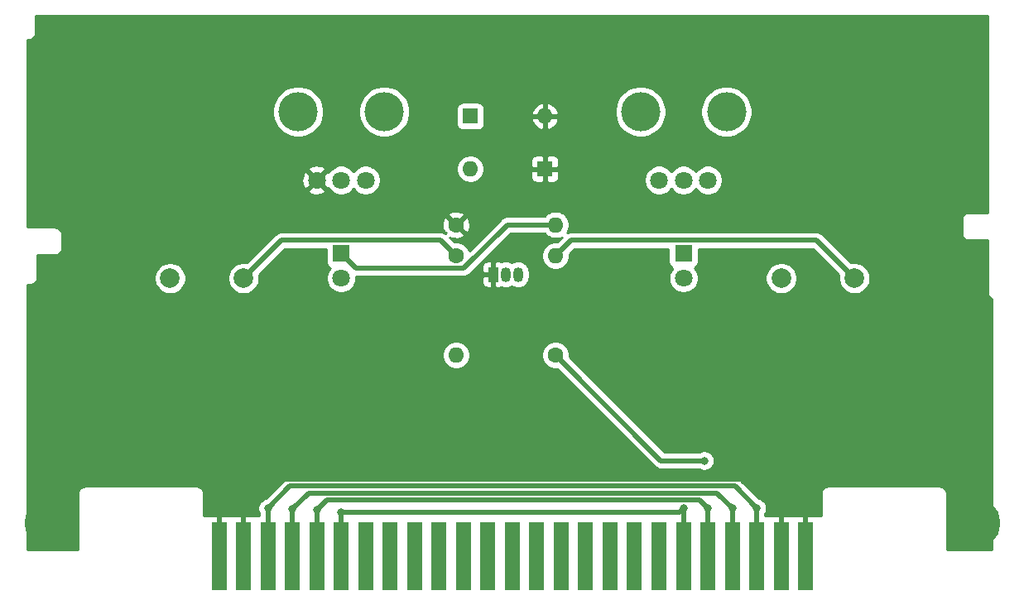
<source format=gbr>
G04 #@! TF.GenerationSoftware,KiCad,Pcbnew,(5.1.7)-1*
G04 #@! TF.CreationDate,2021-02-06T11:06:05-06:00*
G04 #@! TF.ProjectId,ConsolePedalDistortion,436f6e73-6f6c-4655-9065-64616c446973,rev?*
G04 #@! TF.SameCoordinates,Original*
G04 #@! TF.FileFunction,Copper,L2,Bot*
G04 #@! TF.FilePolarity,Positive*
%FSLAX46Y46*%
G04 Gerber Fmt 4.6, Leading zero omitted, Abs format (unit mm)*
G04 Created by KiCad (PCBNEW (5.1.7)-1) date 2021-02-06 11:06:05*
%MOMM*%
%LPD*%
G01*
G04 APERTURE LIST*
G04 #@! TA.AperFunction,ComponentPad*
%ADD10C,1.600000*%
G04 #@! TD*
G04 #@! TA.AperFunction,ComponentPad*
%ADD11O,1.600000X1.600000*%
G04 #@! TD*
G04 #@! TA.AperFunction,ComponentPad*
%ADD12R,1.800000X1.800000*%
G04 #@! TD*
G04 #@! TA.AperFunction,ComponentPad*
%ADD13C,1.800000*%
G04 #@! TD*
G04 #@! TA.AperFunction,ConnectorPad*
%ADD14R,1.500000X7.000000*%
G04 #@! TD*
G04 #@! TA.AperFunction,WasherPad*
%ADD15C,4.000000*%
G04 #@! TD*
G04 #@! TA.AperFunction,ComponentPad*
%ADD16C,5.000000*%
G04 #@! TD*
G04 #@! TA.AperFunction,ComponentPad*
%ADD17C,2.000000*%
G04 #@! TD*
G04 #@! TA.AperFunction,ComponentPad*
%ADD18R,1.600000X1.600000*%
G04 #@! TD*
G04 #@! TA.AperFunction,ComponentPad*
%ADD19O,1.050000X1.500000*%
G04 #@! TD*
G04 #@! TA.AperFunction,ComponentPad*
%ADD20R,1.050000X1.500000*%
G04 #@! TD*
G04 #@! TA.AperFunction,ViaPad*
%ADD21C,0.800000*%
G04 #@! TD*
G04 #@! TA.AperFunction,Conductor*
%ADD22C,0.500000*%
G04 #@! TD*
G04 #@! TA.AperFunction,Conductor*
%ADD23C,0.254000*%
G04 #@! TD*
G04 #@! TA.AperFunction,Conductor*
%ADD24C,0.100000*%
G04 #@! TD*
G04 APERTURE END LIST*
D10*
G04 #@! TO.P,R3,1*
G04 #@! TO.N,GND*
X127000000Y-92075000D03*
D11*
G04 #@! TO.P,R3,2*
G04 #@! TO.N,Net-(D1-Pad1)*
X137160000Y-92075000D03*
G04 #@! TD*
D12*
G04 #@! TO.P,D1,1*
G04 #@! TO.N,Net-(D1-Pad1)*
X115250000Y-95000000D03*
D13*
G04 #@! TO.P,D1,2*
G04 #@! TO.N,/LEDPower*
X115250000Y-97540000D03*
G04 #@! TD*
G04 #@! TO.P,D2,2*
G04 #@! TO.N,/LEDPower*
X150250000Y-97540000D03*
D12*
G04 #@! TO.P,D2,1*
G04 #@! TO.N,Net-(D1-Pad1)*
X150250000Y-95000000D03*
G04 #@! TD*
D14*
G04 #@! TO.P,J1,26*
G04 #@! TO.N,GND*
X102750000Y-126000000D03*
G04 #@! TO.P,J1,27*
X105250000Y-126000000D03*
G04 #@! TO.P,J1,28*
G04 #@! TO.N,/Input*
X107750000Y-126000000D03*
G04 #@! TO.P,J1,29*
G04 #@! TO.N,/Output*
X110250000Y-126000000D03*
G04 #@! TO.P,J1,30*
G04 #@! TO.N,+9V*
X112750000Y-126000000D03*
G04 #@! TO.P,J1,31*
G04 #@! TO.N,/LEDPower*
X115250000Y-126000000D03*
G04 #@! TO.P,J1,32*
G04 #@! TO.N,N/C*
X117750000Y-126000000D03*
G04 #@! TO.P,J1,33*
X120250000Y-126000000D03*
G04 #@! TO.P,J1,34*
X122750000Y-126000000D03*
G04 #@! TO.P,J1,35*
X125250000Y-126000000D03*
G04 #@! TO.P,J1,36*
X127750000Y-126000000D03*
G04 #@! TO.P,J1,37*
X130250000Y-126000000D03*
G04 #@! TO.P,J1,38*
X132750000Y-126000000D03*
G04 #@! TO.P,J1,39*
X135250000Y-126000000D03*
G04 #@! TO.P,J1,40*
X137750000Y-126000000D03*
G04 #@! TO.P,J1,41*
X140250000Y-126000000D03*
G04 #@! TO.P,J1,42*
X142750000Y-126000000D03*
G04 #@! TO.P,J1,43*
X145250000Y-126000000D03*
G04 #@! TO.P,J1,44*
X147750000Y-126000000D03*
G04 #@! TO.P,J1,45*
G04 #@! TO.N,/LEDPower*
X150250000Y-126000000D03*
G04 #@! TO.P,J1,46*
G04 #@! TO.N,+9V*
X152750000Y-126000000D03*
G04 #@! TO.P,J1,47*
G04 #@! TO.N,/Output*
X155250000Y-126000000D03*
G04 #@! TO.P,J1,48*
G04 #@! TO.N,/Input*
X157750000Y-126000000D03*
G04 #@! TO.P,J1,49*
G04 #@! TO.N,GND*
X160250000Y-126000000D03*
G04 #@! TO.P,J1,50*
X162750000Y-126000000D03*
G04 #@! TD*
D15*
G04 #@! TO.P,RV1,*
G04 #@! TO.N,*
X154650000Y-80500000D03*
X145850000Y-80500000D03*
D13*
G04 #@! TO.P,RV1,1*
G04 #@! TO.N,Net-(C1-Pad2)*
X152750000Y-87500000D03*
G04 #@! TO.P,RV1,2*
G04 #@! TO.N,/Input*
X150250000Y-87500000D03*
G04 #@! TO.P,RV1,3*
X147750000Y-87500000D03*
G04 #@! TD*
G04 #@! TO.P,RV2,3*
G04 #@! TO.N,GND*
X112750000Y-87500000D03*
G04 #@! TO.P,RV2,2*
G04 #@! TO.N,/Output*
X115250000Y-87500000D03*
G04 #@! TO.P,RV2,1*
G04 #@! TO.N,Net-(C2-Pad1)*
X117750000Y-87500000D03*
D15*
G04 #@! TO.P,RV2,*
G04 #@! TO.N,*
X110850000Y-80500000D03*
X119650000Y-80500000D03*
G04 #@! TD*
D16*
G04 #@! TO.P,H1,1*
G04 #@! TO.N,GND*
X85350000Y-122600000D03*
G04 #@! TD*
G04 #@! TO.P,H2,1*
G04 #@! TO.N,GND*
X180150000Y-122600000D03*
G04 #@! TD*
D17*
G04 #@! TO.P,C1,1*
G04 #@! TO.N,Net-(C1-Pad1)*
X105250000Y-97540000D03*
G04 #@! TO.P,C1,2*
G04 #@! TO.N,Net-(C1-Pad2)*
X97750000Y-97540000D03*
G04 #@! TD*
G04 #@! TO.P,C2,2*
G04 #@! TO.N,Net-(C2-Pad2)*
X167750000Y-97540000D03*
G04 #@! TO.P,C2,1*
G04 #@! TO.N,Net-(C2-Pad1)*
X160250000Y-97540000D03*
G04 #@! TD*
D18*
G04 #@! TO.P,D3,1*
G04 #@! TO.N,Net-(C2-Pad1)*
X128460500Y-80962500D03*
D11*
G04 #@! TO.P,D3,2*
G04 #@! TO.N,GND*
X136080500Y-80962500D03*
G04 #@! TD*
G04 #@! TO.P,D4,2*
G04 #@! TO.N,Net-(C2-Pad1)*
X128460500Y-86360000D03*
D18*
G04 #@! TO.P,D4,1*
G04 #@! TO.N,GND*
X136080500Y-86360000D03*
G04 #@! TD*
D19*
G04 #@! TO.P,Q1,2*
G04 #@! TO.N,Net-(C1-Pad1)*
X132080000Y-97155000D03*
G04 #@! TO.P,Q1,3*
G04 #@! TO.N,Net-(C2-Pad2)*
X133350000Y-97155000D03*
D20*
G04 #@! TO.P,Q1,1*
G04 #@! TO.N,GND*
X130810000Y-97155000D03*
G04 #@! TD*
D10*
G04 #@! TO.P,R1,1*
G04 #@! TO.N,Net-(C1-Pad1)*
X127000000Y-95250000D03*
D11*
G04 #@! TO.P,R1,2*
G04 #@! TO.N,Net-(C2-Pad2)*
X127000000Y-105410000D03*
G04 #@! TD*
G04 #@! TO.P,R2,2*
G04 #@! TO.N,Net-(C2-Pad2)*
X137160000Y-95250000D03*
D10*
G04 #@! TO.P,R2,1*
G04 #@! TO.N,+9V*
X137160000Y-105410000D03*
G04 #@! TD*
D21*
G04 #@! TO.N,GND*
X105250000Y-120979000D03*
X160250000Y-120988000D03*
X102750000Y-121038000D03*
X162750000Y-120967000D03*
G04 #@! TO.N,/LEDPower*
X115250000Y-121454000D03*
X150250000Y-121073000D03*
G04 #@! TO.N,/Input*
X107750000Y-121066000D03*
X157750000Y-121066000D03*
G04 #@! TO.N,/Output*
X110250000Y-121195000D03*
X155250000Y-121068000D03*
G04 #@! TO.N,+9V*
X112750000Y-121235000D03*
X152750000Y-121108000D03*
X152400000Y-116205000D03*
G04 #@! TD*
D22*
G04 #@! TO.N,GND*
X105250000Y-126000000D02*
X105250000Y-120979000D01*
X160250000Y-126000000D02*
X160250000Y-120988000D01*
X157384969Y-118122969D02*
X160250000Y-120988000D01*
X108106031Y-118122969D02*
X157384969Y-118122969D01*
X105250000Y-120979000D02*
X108106031Y-118122969D01*
X102750000Y-126000000D02*
X102750000Y-121038000D01*
X162750000Y-120967000D02*
X162750000Y-126000000D01*
X162729000Y-120988000D02*
X162750000Y-120967000D01*
X160250000Y-120988000D02*
X162729000Y-120988000D01*
X105191000Y-121038000D02*
X105250000Y-120979000D01*
X102750000Y-121038000D02*
X105191000Y-121038000D01*
G04 #@! TO.N,Net-(C1-Pad1)*
X109140001Y-93649999D02*
X105250000Y-97540000D01*
X125399999Y-93649999D02*
X109140001Y-93649999D01*
X127000000Y-95250000D02*
X125399999Y-93649999D01*
G04 #@! TO.N,Net-(C2-Pad2)*
X163859999Y-93649999D02*
X167750000Y-97540000D01*
X138760001Y-93649999D02*
X163859999Y-93649999D01*
X137160000Y-95250000D02*
X138760001Y-93649999D01*
G04 #@! TO.N,/LEDPower*
X115250000Y-126000000D02*
X115250000Y-121454000D01*
X150250000Y-121073000D02*
X150250000Y-126000000D01*
X149869000Y-121454000D02*
X150250000Y-121073000D01*
X115250000Y-121454000D02*
X149869000Y-121454000D01*
G04 #@! TO.N,/Input*
X107750000Y-121066000D02*
X107750000Y-126000000D01*
X157750000Y-121066000D02*
X157750000Y-126000000D01*
X155506979Y-118822979D02*
X157750000Y-121066000D01*
X109993021Y-118822979D02*
X155506979Y-118822979D01*
X107750000Y-121066000D02*
X109993021Y-118822979D01*
G04 #@! TO.N,/Output*
X110250000Y-121195000D02*
X110250000Y-126000000D01*
X155250000Y-121068000D02*
X155250000Y-126000000D01*
X153704989Y-119522989D02*
X155250000Y-121068000D01*
X111922011Y-119522989D02*
X153704989Y-119522989D01*
X110250000Y-121195000D02*
X111922011Y-119522989D01*
G04 #@! TO.N,+9V*
X112750000Y-121235000D02*
X112750000Y-126000000D01*
X152750000Y-121108000D02*
X152750000Y-126000000D01*
X151864999Y-120222999D02*
X152750000Y-121108000D01*
X113762001Y-120222999D02*
X151864999Y-120222999D01*
X112750000Y-121235000D02*
X113762001Y-120222999D01*
X147955000Y-116205000D02*
X137160000Y-105410000D01*
X152400000Y-116205000D02*
X147955000Y-116205000D01*
G04 #@! TO.N,Net-(D1-Pad1)*
X132215000Y-92075000D02*
X137160000Y-92075000D01*
X127789999Y-96500001D02*
X132215000Y-92075000D01*
X116750001Y-96500001D02*
X127789999Y-96500001D01*
X115250000Y-95000000D02*
X116750001Y-96500001D01*
G04 #@! TD*
D23*
G04 #@! TO.N,GND*
X181323001Y-90823000D02*
X179433252Y-90823000D01*
X179400000Y-90819725D01*
X179366748Y-90823000D01*
X179267285Y-90832796D01*
X179139670Y-90871508D01*
X179022059Y-90934372D01*
X178918973Y-91018973D01*
X178834372Y-91122059D01*
X178771508Y-91239670D01*
X178732796Y-91367285D01*
X178719725Y-91500000D01*
X178723001Y-91533262D01*
X178723000Y-92966747D01*
X178719725Y-93000000D01*
X178732796Y-93132715D01*
X178771508Y-93260330D01*
X178834372Y-93377941D01*
X178918973Y-93481027D01*
X179022059Y-93565628D01*
X179139670Y-93628492D01*
X179267285Y-93667204D01*
X179400000Y-93680275D01*
X179433252Y-93677000D01*
X181323000Y-93677000D01*
X181323001Y-98966738D01*
X181319725Y-99000000D01*
X181332796Y-99132715D01*
X181371508Y-99260330D01*
X181434372Y-99377941D01*
X181518973Y-99481027D01*
X181622059Y-99565628D01*
X181739670Y-99628492D01*
X181823001Y-99653770D01*
X181823000Y-125323000D01*
X177177000Y-125323000D01*
X177177000Y-119533252D01*
X177180275Y-119500000D01*
X177167204Y-119367285D01*
X177128492Y-119239670D01*
X177065628Y-119122059D01*
X176981027Y-119018973D01*
X176877941Y-118934372D01*
X176760330Y-118871508D01*
X176632715Y-118832796D01*
X176533252Y-118823000D01*
X176500000Y-118819725D01*
X176466748Y-118823000D01*
X165033252Y-118823000D01*
X165000000Y-118819725D01*
X164966748Y-118823000D01*
X164867285Y-118832796D01*
X164739670Y-118871508D01*
X164622059Y-118934372D01*
X164518973Y-119018973D01*
X164434372Y-119122059D01*
X164371508Y-119239670D01*
X164332796Y-119367285D01*
X164319725Y-119500000D01*
X164323001Y-119533262D01*
X164323001Y-121793000D01*
X158627000Y-121793000D01*
X158627000Y-121602027D01*
X158660115Y-121552467D01*
X158737533Y-121365565D01*
X158777000Y-121167151D01*
X158777000Y-120964849D01*
X158737533Y-120766435D01*
X158660115Y-120579533D01*
X158547723Y-120411326D01*
X158404674Y-120268277D01*
X158236467Y-120155885D01*
X158049565Y-120078467D01*
X157991103Y-120066838D01*
X156157576Y-118233311D01*
X156130112Y-118199846D01*
X155996571Y-118090252D01*
X155844216Y-118008817D01*
X155678901Y-117958669D01*
X155550058Y-117945979D01*
X155506979Y-117941736D01*
X155463900Y-117945979D01*
X110036100Y-117945979D01*
X109993021Y-117941736D01*
X109821098Y-117958669D01*
X109655784Y-118008817D01*
X109503429Y-118090252D01*
X109369888Y-118199846D01*
X109342424Y-118233311D01*
X107508897Y-120066838D01*
X107450435Y-120078467D01*
X107263533Y-120155885D01*
X107095326Y-120268277D01*
X106952277Y-120411326D01*
X106839885Y-120579533D01*
X106762467Y-120766435D01*
X106723000Y-120964849D01*
X106723000Y-121167151D01*
X106762467Y-121365565D01*
X106839885Y-121552467D01*
X106873000Y-121602027D01*
X106873000Y-121793000D01*
X101177000Y-121793000D01*
X101177000Y-119533252D01*
X101180275Y-119500000D01*
X101167204Y-119367285D01*
X101128492Y-119239670D01*
X101065628Y-119122059D01*
X100981027Y-119018973D01*
X100877941Y-118934372D01*
X100760330Y-118871508D01*
X100632715Y-118832796D01*
X100533252Y-118823000D01*
X100500000Y-118819725D01*
X100466748Y-118823000D01*
X89033252Y-118823000D01*
X89000000Y-118819725D01*
X88966748Y-118823000D01*
X88867285Y-118832796D01*
X88739670Y-118871508D01*
X88622059Y-118934372D01*
X88518973Y-119018973D01*
X88434372Y-119122059D01*
X88371508Y-119239670D01*
X88332796Y-119367285D01*
X88319725Y-119500000D01*
X88323000Y-119533252D01*
X88323001Y-125323000D01*
X83177000Y-125323000D01*
X83177000Y-105269453D01*
X125573000Y-105269453D01*
X125573000Y-105550547D01*
X125627838Y-105826241D01*
X125735409Y-106085938D01*
X125891576Y-106319660D01*
X126090340Y-106518424D01*
X126324062Y-106674591D01*
X126583759Y-106782162D01*
X126859453Y-106837000D01*
X127140547Y-106837000D01*
X127416241Y-106782162D01*
X127675938Y-106674591D01*
X127909660Y-106518424D01*
X128108424Y-106319660D01*
X128264591Y-106085938D01*
X128372162Y-105826241D01*
X128427000Y-105550547D01*
X128427000Y-105269453D01*
X135733000Y-105269453D01*
X135733000Y-105550547D01*
X135787838Y-105826241D01*
X135895409Y-106085938D01*
X136051576Y-106319660D01*
X136250340Y-106518424D01*
X136484062Y-106674591D01*
X136743759Y-106782162D01*
X137019453Y-106837000D01*
X137300547Y-106837000D01*
X137339072Y-106829337D01*
X147304403Y-116794668D01*
X147331867Y-116828133D01*
X147465408Y-116937727D01*
X147617763Y-117019162D01*
X147783078Y-117069310D01*
X147911921Y-117082000D01*
X147911930Y-117082000D01*
X147954999Y-117086242D01*
X147998069Y-117082000D01*
X151863973Y-117082000D01*
X151913533Y-117115115D01*
X152100435Y-117192533D01*
X152298849Y-117232000D01*
X152501151Y-117232000D01*
X152699565Y-117192533D01*
X152886467Y-117115115D01*
X153054674Y-117002723D01*
X153197723Y-116859674D01*
X153310115Y-116691467D01*
X153387533Y-116504565D01*
X153427000Y-116306151D01*
X153427000Y-116103849D01*
X153387533Y-115905435D01*
X153310115Y-115718533D01*
X153197723Y-115550326D01*
X153054674Y-115407277D01*
X152886467Y-115294885D01*
X152699565Y-115217467D01*
X152501151Y-115178000D01*
X152298849Y-115178000D01*
X152100435Y-115217467D01*
X151913533Y-115294885D01*
X151863973Y-115328000D01*
X148318265Y-115328000D01*
X138579337Y-105589072D01*
X138587000Y-105550547D01*
X138587000Y-105269453D01*
X138532162Y-104993759D01*
X138424591Y-104734062D01*
X138268424Y-104500340D01*
X138069660Y-104301576D01*
X137835938Y-104145409D01*
X137576241Y-104037838D01*
X137300547Y-103983000D01*
X137019453Y-103983000D01*
X136743759Y-104037838D01*
X136484062Y-104145409D01*
X136250340Y-104301576D01*
X136051576Y-104500340D01*
X135895409Y-104734062D01*
X135787838Y-104993759D01*
X135733000Y-105269453D01*
X128427000Y-105269453D01*
X128372162Y-104993759D01*
X128264591Y-104734062D01*
X128108424Y-104500340D01*
X127909660Y-104301576D01*
X127675938Y-104145409D01*
X127416241Y-104037838D01*
X127140547Y-103983000D01*
X126859453Y-103983000D01*
X126583759Y-104037838D01*
X126324062Y-104145409D01*
X126090340Y-104301576D01*
X125891576Y-104500340D01*
X125735409Y-104734062D01*
X125627838Y-104993759D01*
X125573000Y-105269453D01*
X83177000Y-105269453D01*
X83177000Y-98177000D01*
X83466748Y-98177000D01*
X83500000Y-98180275D01*
X83533252Y-98177000D01*
X83632715Y-98167204D01*
X83760330Y-98128492D01*
X83877941Y-98065628D01*
X83981027Y-97981027D01*
X84065628Y-97877941D01*
X84128492Y-97760330D01*
X84167204Y-97632715D01*
X84180275Y-97500000D01*
X84177000Y-97466748D01*
X84177000Y-97379755D01*
X96123000Y-97379755D01*
X96123000Y-97700245D01*
X96185525Y-98014578D01*
X96308172Y-98310673D01*
X96486227Y-98577152D01*
X96712848Y-98803773D01*
X96979327Y-98981828D01*
X97275422Y-99104475D01*
X97589755Y-99167000D01*
X97910245Y-99167000D01*
X98224578Y-99104475D01*
X98520673Y-98981828D01*
X98787152Y-98803773D01*
X99013773Y-98577152D01*
X99191828Y-98310673D01*
X99314475Y-98014578D01*
X99377000Y-97700245D01*
X99377000Y-97379755D01*
X103623000Y-97379755D01*
X103623000Y-97700245D01*
X103685525Y-98014578D01*
X103808172Y-98310673D01*
X103986227Y-98577152D01*
X104212848Y-98803773D01*
X104479327Y-98981828D01*
X104775422Y-99104475D01*
X105089755Y-99167000D01*
X105410245Y-99167000D01*
X105724578Y-99104475D01*
X106020673Y-98981828D01*
X106287152Y-98803773D01*
X106513773Y-98577152D01*
X106691828Y-98310673D01*
X106814475Y-98014578D01*
X106877000Y-97700245D01*
X106877000Y-97379755D01*
X106839423Y-97190842D01*
X109503266Y-94526999D01*
X113719967Y-94526999D01*
X113719967Y-95900000D01*
X113732073Y-96022913D01*
X113767925Y-96141103D01*
X113826147Y-96250028D01*
X113904499Y-96345501D01*
X113999972Y-96423853D01*
X114108897Y-96482075D01*
X114139221Y-96491274D01*
X114063901Y-96566594D01*
X113896790Y-96816694D01*
X113781681Y-97094590D01*
X113723000Y-97389604D01*
X113723000Y-97690396D01*
X113781681Y-97985410D01*
X113896790Y-98263306D01*
X114063901Y-98513406D01*
X114276594Y-98726099D01*
X114526694Y-98893210D01*
X114804590Y-99008319D01*
X115099604Y-99067000D01*
X115400396Y-99067000D01*
X115695410Y-99008319D01*
X115973306Y-98893210D01*
X116223406Y-98726099D01*
X116436099Y-98513406D01*
X116603210Y-98263306D01*
X116718319Y-97985410D01*
X116734313Y-97905000D01*
X129646928Y-97905000D01*
X129659188Y-98029482D01*
X129695498Y-98149180D01*
X129754463Y-98259494D01*
X129833815Y-98356185D01*
X129930506Y-98435537D01*
X130040820Y-98494502D01*
X130160518Y-98530812D01*
X130285000Y-98543072D01*
X130524250Y-98540000D01*
X130683000Y-98381250D01*
X130683000Y-97282000D01*
X129808750Y-97282000D01*
X129650000Y-97440750D01*
X129646928Y-97905000D01*
X116734313Y-97905000D01*
X116777000Y-97690396D01*
X116777000Y-97389604D01*
X116774850Y-97378797D01*
X116793080Y-97377001D01*
X127746920Y-97377001D01*
X127789999Y-97381244D01*
X127833078Y-97377001D01*
X127923685Y-97368077D01*
X127961921Y-97364311D01*
X128127236Y-97314163D01*
X128279591Y-97232728D01*
X128413132Y-97123134D01*
X128440596Y-97089669D01*
X129125265Y-96405000D01*
X129646928Y-96405000D01*
X129650000Y-96869250D01*
X129808750Y-97028000D01*
X130683000Y-97028000D01*
X130683000Y-96873406D01*
X130928000Y-96873406D01*
X130928000Y-97436595D01*
X130937000Y-97527975D01*
X130937000Y-98381250D01*
X131095750Y-98540000D01*
X131335000Y-98543072D01*
X131459482Y-98530812D01*
X131579180Y-98494502D01*
X131653879Y-98454574D01*
X131854170Y-98515332D01*
X132080000Y-98537574D01*
X132305831Y-98515332D01*
X132522984Y-98449459D01*
X132715000Y-98346825D01*
X132907017Y-98449459D01*
X133124170Y-98515332D01*
X133350000Y-98537574D01*
X133575831Y-98515332D01*
X133792984Y-98449459D01*
X133993114Y-98342488D01*
X134168528Y-98198528D01*
X134312488Y-98023114D01*
X134419459Y-97822983D01*
X134485332Y-97605830D01*
X134502000Y-97436594D01*
X134502000Y-96873405D01*
X134485332Y-96704169D01*
X134419459Y-96487016D01*
X134312488Y-96286886D01*
X134168528Y-96111472D01*
X133993113Y-95967512D01*
X133792983Y-95860541D01*
X133575830Y-95794668D01*
X133350000Y-95772426D01*
X133124169Y-95794668D01*
X132907016Y-95860541D01*
X132715000Y-95963175D01*
X132522983Y-95860541D01*
X132305830Y-95794668D01*
X132080000Y-95772426D01*
X131854169Y-95794668D01*
X131653878Y-95855426D01*
X131579180Y-95815498D01*
X131459482Y-95779188D01*
X131335000Y-95766928D01*
X131095750Y-95770000D01*
X130937000Y-95928750D01*
X130937000Y-96782026D01*
X130928000Y-96873406D01*
X130683000Y-96873406D01*
X130683000Y-95928750D01*
X130524250Y-95770000D01*
X130285000Y-95766928D01*
X130160518Y-95779188D01*
X130040820Y-95815498D01*
X129930506Y-95874463D01*
X129833815Y-95953815D01*
X129754463Y-96050506D01*
X129695498Y-96160820D01*
X129659188Y-96280518D01*
X129646928Y-96405000D01*
X129125265Y-96405000D01*
X132578265Y-92952000D01*
X136029753Y-92952000D01*
X136051576Y-92984660D01*
X136250340Y-93183424D01*
X136484062Y-93339591D01*
X136743759Y-93447162D01*
X137019453Y-93502000D01*
X137300547Y-93502000D01*
X137576241Y-93447162D01*
X137826046Y-93343689D01*
X137339072Y-93830663D01*
X137300547Y-93823000D01*
X137019453Y-93823000D01*
X136743759Y-93877838D01*
X136484062Y-93985409D01*
X136250340Y-94141576D01*
X136051576Y-94340340D01*
X135895409Y-94574062D01*
X135787838Y-94833759D01*
X135733000Y-95109453D01*
X135733000Y-95390547D01*
X135787838Y-95666241D01*
X135895409Y-95925938D01*
X136051576Y-96159660D01*
X136250340Y-96358424D01*
X136484062Y-96514591D01*
X136743759Y-96622162D01*
X137019453Y-96677000D01*
X137300547Y-96677000D01*
X137576241Y-96622162D01*
X137835938Y-96514591D01*
X138069660Y-96358424D01*
X138268424Y-96159660D01*
X138424591Y-95925938D01*
X138532162Y-95666241D01*
X138587000Y-95390547D01*
X138587000Y-95109453D01*
X138579337Y-95070928D01*
X139123267Y-94526999D01*
X148719967Y-94526999D01*
X148719967Y-95900000D01*
X148732073Y-96022913D01*
X148767925Y-96141103D01*
X148826147Y-96250028D01*
X148904499Y-96345501D01*
X148999972Y-96423853D01*
X149108897Y-96482075D01*
X149139221Y-96491274D01*
X149063901Y-96566594D01*
X148896790Y-96816694D01*
X148781681Y-97094590D01*
X148723000Y-97389604D01*
X148723000Y-97690396D01*
X148781681Y-97985410D01*
X148896790Y-98263306D01*
X149063901Y-98513406D01*
X149276594Y-98726099D01*
X149526694Y-98893210D01*
X149804590Y-99008319D01*
X150099604Y-99067000D01*
X150400396Y-99067000D01*
X150695410Y-99008319D01*
X150973306Y-98893210D01*
X151223406Y-98726099D01*
X151436099Y-98513406D01*
X151603210Y-98263306D01*
X151718319Y-97985410D01*
X151777000Y-97690396D01*
X151777000Y-97389604D01*
X151775041Y-97379755D01*
X158623000Y-97379755D01*
X158623000Y-97700245D01*
X158685525Y-98014578D01*
X158808172Y-98310673D01*
X158986227Y-98577152D01*
X159212848Y-98803773D01*
X159479327Y-98981828D01*
X159775422Y-99104475D01*
X160089755Y-99167000D01*
X160410245Y-99167000D01*
X160724578Y-99104475D01*
X161020673Y-98981828D01*
X161287152Y-98803773D01*
X161513773Y-98577152D01*
X161691828Y-98310673D01*
X161814475Y-98014578D01*
X161877000Y-97700245D01*
X161877000Y-97379755D01*
X161814475Y-97065422D01*
X161691828Y-96769327D01*
X161513773Y-96502848D01*
X161287152Y-96276227D01*
X161020673Y-96098172D01*
X160724578Y-95975525D01*
X160410245Y-95913000D01*
X160089755Y-95913000D01*
X159775422Y-95975525D01*
X159479327Y-96098172D01*
X159212848Y-96276227D01*
X158986227Y-96502848D01*
X158808172Y-96769327D01*
X158685525Y-97065422D01*
X158623000Y-97379755D01*
X151775041Y-97379755D01*
X151718319Y-97094590D01*
X151603210Y-96816694D01*
X151436099Y-96566594D01*
X151360779Y-96491274D01*
X151391103Y-96482075D01*
X151500028Y-96423853D01*
X151595501Y-96345501D01*
X151673853Y-96250028D01*
X151732075Y-96141103D01*
X151767927Y-96022913D01*
X151780033Y-95900000D01*
X151780033Y-94526999D01*
X163496734Y-94526999D01*
X166160577Y-97190842D01*
X166123000Y-97379755D01*
X166123000Y-97700245D01*
X166185525Y-98014578D01*
X166308172Y-98310673D01*
X166486227Y-98577152D01*
X166712848Y-98803773D01*
X166979327Y-98981828D01*
X167275422Y-99104475D01*
X167589755Y-99167000D01*
X167910245Y-99167000D01*
X168224578Y-99104475D01*
X168520673Y-98981828D01*
X168787152Y-98803773D01*
X169013773Y-98577152D01*
X169191828Y-98310673D01*
X169314475Y-98014578D01*
X169377000Y-97700245D01*
X169377000Y-97379755D01*
X169314475Y-97065422D01*
X169191828Y-96769327D01*
X169013773Y-96502848D01*
X168787152Y-96276227D01*
X168520673Y-96098172D01*
X168224578Y-95975525D01*
X167910245Y-95913000D01*
X167589755Y-95913000D01*
X167400842Y-95950577D01*
X164510596Y-93060331D01*
X164483132Y-93026866D01*
X164349591Y-92917272D01*
X164197236Y-92835837D01*
X164031921Y-92785689D01*
X163903078Y-92772999D01*
X163859999Y-92768756D01*
X163816920Y-92772999D01*
X138803077Y-92772999D01*
X138760000Y-92768756D01*
X138716923Y-92772999D01*
X138716922Y-92772999D01*
X138588079Y-92785689D01*
X138422764Y-92835837D01*
X138337363Y-92881484D01*
X138424591Y-92750938D01*
X138532162Y-92491241D01*
X138587000Y-92215547D01*
X138587000Y-91934453D01*
X138532162Y-91658759D01*
X138424591Y-91399062D01*
X138268424Y-91165340D01*
X138069660Y-90966576D01*
X137835938Y-90810409D01*
X137576241Y-90702838D01*
X137300547Y-90648000D01*
X137019453Y-90648000D01*
X136743759Y-90702838D01*
X136484062Y-90810409D01*
X136250340Y-90966576D01*
X136051576Y-91165340D01*
X136029753Y-91198000D01*
X132258069Y-91198000D01*
X132214999Y-91193758D01*
X132171930Y-91198000D01*
X132171921Y-91198000D01*
X132043078Y-91210690D01*
X131877763Y-91260838D01*
X131725408Y-91342273D01*
X131591867Y-91451867D01*
X131564403Y-91485332D01*
X128326416Y-94723319D01*
X128264591Y-94574062D01*
X128108424Y-94340340D01*
X127909660Y-94141576D01*
X127675938Y-93985409D01*
X127416241Y-93877838D01*
X127140547Y-93823000D01*
X126859453Y-93823000D01*
X126820928Y-93830663D01*
X126340961Y-93350696D01*
X126513996Y-93432571D01*
X126788184Y-93501300D01*
X127070512Y-93515217D01*
X127350130Y-93473787D01*
X127616292Y-93378603D01*
X127741514Y-93311671D01*
X127813097Y-93067702D01*
X127000000Y-92254605D01*
X126985858Y-92268748D01*
X126806253Y-92089143D01*
X126820395Y-92075000D01*
X127179605Y-92075000D01*
X127992702Y-92888097D01*
X128236671Y-92816514D01*
X128357571Y-92561004D01*
X128426300Y-92286816D01*
X128440217Y-92004488D01*
X128398787Y-91724870D01*
X128303603Y-91458708D01*
X128236671Y-91333486D01*
X127992702Y-91261903D01*
X127179605Y-92075000D01*
X126820395Y-92075000D01*
X126007298Y-91261903D01*
X125763329Y-91333486D01*
X125642429Y-91588996D01*
X125573700Y-91863184D01*
X125559783Y-92145512D01*
X125601213Y-92425130D01*
X125696397Y-92691292D01*
X125763329Y-92816514D01*
X126007296Y-92888097D01*
X125938216Y-92957177D01*
X125889591Y-92917272D01*
X125737236Y-92835837D01*
X125571921Y-92785689D01*
X125443078Y-92772999D01*
X125399999Y-92768756D01*
X125356920Y-92772999D01*
X109183077Y-92772999D01*
X109140000Y-92768756D01*
X109096923Y-92772999D01*
X109096922Y-92772999D01*
X108968079Y-92785689D01*
X108802764Y-92835837D01*
X108650409Y-92917272D01*
X108516868Y-93026866D01*
X108489404Y-93060331D01*
X105599158Y-95950577D01*
X105410245Y-95913000D01*
X105089755Y-95913000D01*
X104775422Y-95975525D01*
X104479327Y-96098172D01*
X104212848Y-96276227D01*
X103986227Y-96502848D01*
X103808172Y-96769327D01*
X103685525Y-97065422D01*
X103623000Y-97379755D01*
X99377000Y-97379755D01*
X99314475Y-97065422D01*
X99191828Y-96769327D01*
X99013773Y-96502848D01*
X98787152Y-96276227D01*
X98520673Y-96098172D01*
X98224578Y-95975525D01*
X97910245Y-95913000D01*
X97589755Y-95913000D01*
X97275422Y-95975525D01*
X96979327Y-96098172D01*
X96712848Y-96276227D01*
X96486227Y-96502848D01*
X96308172Y-96769327D01*
X96185525Y-97065422D01*
X96123000Y-97379755D01*
X84177000Y-97379755D01*
X84177000Y-95177000D01*
X85966748Y-95177000D01*
X86000000Y-95180275D01*
X86033252Y-95177000D01*
X86132715Y-95167204D01*
X86260330Y-95128492D01*
X86377941Y-95065628D01*
X86481027Y-94981027D01*
X86565628Y-94877941D01*
X86628492Y-94760330D01*
X86667204Y-94632715D01*
X86680275Y-94500000D01*
X86677000Y-94466748D01*
X86677000Y-93033251D01*
X86680275Y-93000000D01*
X86667204Y-92867285D01*
X86628492Y-92739670D01*
X86565628Y-92622059D01*
X86481027Y-92518973D01*
X86377941Y-92434372D01*
X86260330Y-92371508D01*
X86132715Y-92332796D01*
X86033252Y-92323000D01*
X86000000Y-92319725D01*
X85966748Y-92323000D01*
X83177000Y-92323000D01*
X83177000Y-91082298D01*
X126186903Y-91082298D01*
X127000000Y-91895395D01*
X127813097Y-91082298D01*
X127741514Y-90838329D01*
X127486004Y-90717429D01*
X127211816Y-90648700D01*
X126929488Y-90634783D01*
X126649870Y-90676213D01*
X126383708Y-90771397D01*
X126258486Y-90838329D01*
X126186903Y-91082298D01*
X83177000Y-91082298D01*
X83177000Y-88564080D01*
X111865525Y-88564080D01*
X111949208Y-88818261D01*
X112221775Y-88949158D01*
X112514642Y-89024365D01*
X112816553Y-89040991D01*
X113115907Y-88998397D01*
X113401199Y-88898222D01*
X113550792Y-88818261D01*
X113634475Y-88564080D01*
X112750000Y-87679605D01*
X111865525Y-88564080D01*
X83177000Y-88564080D01*
X83177000Y-87566553D01*
X111209009Y-87566553D01*
X111251603Y-87865907D01*
X111351778Y-88151199D01*
X111431739Y-88300792D01*
X111685920Y-88384475D01*
X112570395Y-87500000D01*
X112929605Y-87500000D01*
X113814080Y-88384475D01*
X113970147Y-88333094D01*
X114063901Y-88473406D01*
X114276594Y-88686099D01*
X114526694Y-88853210D01*
X114804590Y-88968319D01*
X115099604Y-89027000D01*
X115400396Y-89027000D01*
X115695410Y-88968319D01*
X115973306Y-88853210D01*
X116223406Y-88686099D01*
X116436099Y-88473406D01*
X116500000Y-88377771D01*
X116563901Y-88473406D01*
X116776594Y-88686099D01*
X117026694Y-88853210D01*
X117304590Y-88968319D01*
X117599604Y-89027000D01*
X117900396Y-89027000D01*
X118195410Y-88968319D01*
X118473306Y-88853210D01*
X118723406Y-88686099D01*
X118936099Y-88473406D01*
X119103210Y-88223306D01*
X119218319Y-87945410D01*
X119277000Y-87650396D01*
X119277000Y-87349604D01*
X119218319Y-87054590D01*
X119103210Y-86776694D01*
X118936099Y-86526594D01*
X118723406Y-86313901D01*
X118582055Y-86219453D01*
X127033500Y-86219453D01*
X127033500Y-86500547D01*
X127088338Y-86776241D01*
X127195909Y-87035938D01*
X127352076Y-87269660D01*
X127550840Y-87468424D01*
X127784562Y-87624591D01*
X128044259Y-87732162D01*
X128319953Y-87787000D01*
X128601047Y-87787000D01*
X128876741Y-87732162D01*
X129136438Y-87624591D01*
X129370160Y-87468424D01*
X129568924Y-87269660D01*
X129642195Y-87160000D01*
X134642428Y-87160000D01*
X134654688Y-87284482D01*
X134690998Y-87404180D01*
X134749963Y-87514494D01*
X134829315Y-87611185D01*
X134926006Y-87690537D01*
X135036320Y-87749502D01*
X135156018Y-87785812D01*
X135280500Y-87798072D01*
X135794750Y-87795000D01*
X135953500Y-87636250D01*
X135953500Y-86487000D01*
X136207500Y-86487000D01*
X136207500Y-87636250D01*
X136366250Y-87795000D01*
X136880500Y-87798072D01*
X137004982Y-87785812D01*
X137124680Y-87749502D01*
X137234994Y-87690537D01*
X137331685Y-87611185D01*
X137411037Y-87514494D01*
X137470002Y-87404180D01*
X137486557Y-87349604D01*
X146223000Y-87349604D01*
X146223000Y-87650396D01*
X146281681Y-87945410D01*
X146396790Y-88223306D01*
X146563901Y-88473406D01*
X146776594Y-88686099D01*
X147026694Y-88853210D01*
X147304590Y-88968319D01*
X147599604Y-89027000D01*
X147900396Y-89027000D01*
X148195410Y-88968319D01*
X148473306Y-88853210D01*
X148723406Y-88686099D01*
X148936099Y-88473406D01*
X149000000Y-88377771D01*
X149063901Y-88473406D01*
X149276594Y-88686099D01*
X149526694Y-88853210D01*
X149804590Y-88968319D01*
X150099604Y-89027000D01*
X150400396Y-89027000D01*
X150695410Y-88968319D01*
X150973306Y-88853210D01*
X151223406Y-88686099D01*
X151436099Y-88473406D01*
X151500000Y-88377771D01*
X151563901Y-88473406D01*
X151776594Y-88686099D01*
X152026694Y-88853210D01*
X152304590Y-88968319D01*
X152599604Y-89027000D01*
X152900396Y-89027000D01*
X153195410Y-88968319D01*
X153473306Y-88853210D01*
X153723406Y-88686099D01*
X153936099Y-88473406D01*
X154103210Y-88223306D01*
X154218319Y-87945410D01*
X154277000Y-87650396D01*
X154277000Y-87349604D01*
X154218319Y-87054590D01*
X154103210Y-86776694D01*
X153936099Y-86526594D01*
X153723406Y-86313901D01*
X153473306Y-86146790D01*
X153195410Y-86031681D01*
X152900396Y-85973000D01*
X152599604Y-85973000D01*
X152304590Y-86031681D01*
X152026694Y-86146790D01*
X151776594Y-86313901D01*
X151563901Y-86526594D01*
X151500000Y-86622229D01*
X151436099Y-86526594D01*
X151223406Y-86313901D01*
X150973306Y-86146790D01*
X150695410Y-86031681D01*
X150400396Y-85973000D01*
X150099604Y-85973000D01*
X149804590Y-86031681D01*
X149526694Y-86146790D01*
X149276594Y-86313901D01*
X149063901Y-86526594D01*
X149000000Y-86622229D01*
X148936099Y-86526594D01*
X148723406Y-86313901D01*
X148473306Y-86146790D01*
X148195410Y-86031681D01*
X147900396Y-85973000D01*
X147599604Y-85973000D01*
X147304590Y-86031681D01*
X147026694Y-86146790D01*
X146776594Y-86313901D01*
X146563901Y-86526594D01*
X146396790Y-86776694D01*
X146281681Y-87054590D01*
X146223000Y-87349604D01*
X137486557Y-87349604D01*
X137506312Y-87284482D01*
X137518572Y-87160000D01*
X137515500Y-86645750D01*
X137356750Y-86487000D01*
X136207500Y-86487000D01*
X135953500Y-86487000D01*
X134804250Y-86487000D01*
X134645500Y-86645750D01*
X134642428Y-87160000D01*
X129642195Y-87160000D01*
X129725091Y-87035938D01*
X129832662Y-86776241D01*
X129887500Y-86500547D01*
X129887500Y-86219453D01*
X129832662Y-85943759D01*
X129725091Y-85684062D01*
X129642196Y-85560000D01*
X134642428Y-85560000D01*
X134645500Y-86074250D01*
X134804250Y-86233000D01*
X135953500Y-86233000D01*
X135953500Y-85083750D01*
X136207500Y-85083750D01*
X136207500Y-86233000D01*
X137356750Y-86233000D01*
X137515500Y-86074250D01*
X137518572Y-85560000D01*
X137506312Y-85435518D01*
X137470002Y-85315820D01*
X137411037Y-85205506D01*
X137331685Y-85108815D01*
X137234994Y-85029463D01*
X137124680Y-84970498D01*
X137004982Y-84934188D01*
X136880500Y-84921928D01*
X136366250Y-84925000D01*
X136207500Y-85083750D01*
X135953500Y-85083750D01*
X135794750Y-84925000D01*
X135280500Y-84921928D01*
X135156018Y-84934188D01*
X135036320Y-84970498D01*
X134926006Y-85029463D01*
X134829315Y-85108815D01*
X134749963Y-85205506D01*
X134690998Y-85315820D01*
X134654688Y-85435518D01*
X134642428Y-85560000D01*
X129642196Y-85560000D01*
X129568924Y-85450340D01*
X129370160Y-85251576D01*
X129136438Y-85095409D01*
X128876741Y-84987838D01*
X128601047Y-84933000D01*
X128319953Y-84933000D01*
X128044259Y-84987838D01*
X127784562Y-85095409D01*
X127550840Y-85251576D01*
X127352076Y-85450340D01*
X127195909Y-85684062D01*
X127088338Y-85943759D01*
X127033500Y-86219453D01*
X118582055Y-86219453D01*
X118473306Y-86146790D01*
X118195410Y-86031681D01*
X117900396Y-85973000D01*
X117599604Y-85973000D01*
X117304590Y-86031681D01*
X117026694Y-86146790D01*
X116776594Y-86313901D01*
X116563901Y-86526594D01*
X116500000Y-86622229D01*
X116436099Y-86526594D01*
X116223406Y-86313901D01*
X115973306Y-86146790D01*
X115695410Y-86031681D01*
X115400396Y-85973000D01*
X115099604Y-85973000D01*
X114804590Y-86031681D01*
X114526694Y-86146790D01*
X114276594Y-86313901D01*
X114063901Y-86526594D01*
X113970147Y-86666906D01*
X113814080Y-86615525D01*
X112929605Y-87500000D01*
X112570395Y-87500000D01*
X111685920Y-86615525D01*
X111431739Y-86699208D01*
X111300842Y-86971775D01*
X111225635Y-87264642D01*
X111209009Y-87566553D01*
X83177000Y-87566553D01*
X83177000Y-86435920D01*
X111865525Y-86435920D01*
X112750000Y-87320395D01*
X113634475Y-86435920D01*
X113550792Y-86181739D01*
X113278225Y-86050842D01*
X112985358Y-85975635D01*
X112683447Y-85959009D01*
X112384093Y-86001603D01*
X112098801Y-86101778D01*
X111949208Y-86181739D01*
X111865525Y-86435920D01*
X83177000Y-86435920D01*
X83177000Y-80241263D01*
X108223000Y-80241263D01*
X108223000Y-80758737D01*
X108323954Y-81266268D01*
X108521983Y-81744351D01*
X108809476Y-82174615D01*
X109175385Y-82540524D01*
X109605649Y-82828017D01*
X110083732Y-83026046D01*
X110591263Y-83127000D01*
X111108737Y-83127000D01*
X111616268Y-83026046D01*
X112094351Y-82828017D01*
X112524615Y-82540524D01*
X112890524Y-82174615D01*
X113178017Y-81744351D01*
X113376046Y-81266268D01*
X113477000Y-80758737D01*
X113477000Y-80241263D01*
X117023000Y-80241263D01*
X117023000Y-80758737D01*
X117123954Y-81266268D01*
X117321983Y-81744351D01*
X117609476Y-82174615D01*
X117975385Y-82540524D01*
X118405649Y-82828017D01*
X118883732Y-83026046D01*
X119391263Y-83127000D01*
X119908737Y-83127000D01*
X120416268Y-83026046D01*
X120894351Y-82828017D01*
X121324615Y-82540524D01*
X121690524Y-82174615D01*
X121978017Y-81744351D01*
X122176046Y-81266268D01*
X122277000Y-80758737D01*
X122277000Y-80241263D01*
X122261334Y-80162500D01*
X127030467Y-80162500D01*
X127030467Y-81762500D01*
X127042573Y-81885413D01*
X127078425Y-82003603D01*
X127136647Y-82112528D01*
X127214999Y-82208001D01*
X127310472Y-82286353D01*
X127419397Y-82344575D01*
X127537587Y-82380427D01*
X127660500Y-82392533D01*
X129260500Y-82392533D01*
X129383413Y-82380427D01*
X129501603Y-82344575D01*
X129610528Y-82286353D01*
X129706001Y-82208001D01*
X129784353Y-82112528D01*
X129842575Y-82003603D01*
X129878427Y-81885413D01*
X129890533Y-81762500D01*
X129890533Y-81311539D01*
X134688596Y-81311539D01*
X134729254Y-81445587D01*
X134849463Y-81699920D01*
X135016981Y-81925914D01*
X135225369Y-82114885D01*
X135466619Y-82259570D01*
X135731460Y-82354409D01*
X135953500Y-82233124D01*
X135953500Y-81089500D01*
X136207500Y-81089500D01*
X136207500Y-82233124D01*
X136429540Y-82354409D01*
X136694381Y-82259570D01*
X136935631Y-82114885D01*
X137144019Y-81925914D01*
X137311537Y-81699920D01*
X137431746Y-81445587D01*
X137472404Y-81311539D01*
X137350415Y-81089500D01*
X136207500Y-81089500D01*
X135953500Y-81089500D01*
X134810585Y-81089500D01*
X134688596Y-81311539D01*
X129890533Y-81311539D01*
X129890533Y-80613461D01*
X134688596Y-80613461D01*
X134810585Y-80835500D01*
X135953500Y-80835500D01*
X135953500Y-79691876D01*
X136207500Y-79691876D01*
X136207500Y-80835500D01*
X137350415Y-80835500D01*
X137472404Y-80613461D01*
X137431746Y-80479413D01*
X137319186Y-80241263D01*
X143223000Y-80241263D01*
X143223000Y-80758737D01*
X143323954Y-81266268D01*
X143521983Y-81744351D01*
X143809476Y-82174615D01*
X144175385Y-82540524D01*
X144605649Y-82828017D01*
X145083732Y-83026046D01*
X145591263Y-83127000D01*
X146108737Y-83127000D01*
X146616268Y-83026046D01*
X147094351Y-82828017D01*
X147524615Y-82540524D01*
X147890524Y-82174615D01*
X148178017Y-81744351D01*
X148376046Y-81266268D01*
X148477000Y-80758737D01*
X148477000Y-80241263D01*
X152023000Y-80241263D01*
X152023000Y-80758737D01*
X152123954Y-81266268D01*
X152321983Y-81744351D01*
X152609476Y-82174615D01*
X152975385Y-82540524D01*
X153405649Y-82828017D01*
X153883732Y-83026046D01*
X154391263Y-83127000D01*
X154908737Y-83127000D01*
X155416268Y-83026046D01*
X155894351Y-82828017D01*
X156324615Y-82540524D01*
X156690524Y-82174615D01*
X156978017Y-81744351D01*
X157176046Y-81266268D01*
X157277000Y-80758737D01*
X157277000Y-80241263D01*
X157176046Y-79733732D01*
X156978017Y-79255649D01*
X156690524Y-78825385D01*
X156324615Y-78459476D01*
X155894351Y-78171983D01*
X155416268Y-77973954D01*
X154908737Y-77873000D01*
X154391263Y-77873000D01*
X153883732Y-77973954D01*
X153405649Y-78171983D01*
X152975385Y-78459476D01*
X152609476Y-78825385D01*
X152321983Y-79255649D01*
X152123954Y-79733732D01*
X152023000Y-80241263D01*
X148477000Y-80241263D01*
X148376046Y-79733732D01*
X148178017Y-79255649D01*
X147890524Y-78825385D01*
X147524615Y-78459476D01*
X147094351Y-78171983D01*
X146616268Y-77973954D01*
X146108737Y-77873000D01*
X145591263Y-77873000D01*
X145083732Y-77973954D01*
X144605649Y-78171983D01*
X144175385Y-78459476D01*
X143809476Y-78825385D01*
X143521983Y-79255649D01*
X143323954Y-79733732D01*
X143223000Y-80241263D01*
X137319186Y-80241263D01*
X137311537Y-80225080D01*
X137144019Y-79999086D01*
X136935631Y-79810115D01*
X136694381Y-79665430D01*
X136429540Y-79570591D01*
X136207500Y-79691876D01*
X135953500Y-79691876D01*
X135731460Y-79570591D01*
X135466619Y-79665430D01*
X135225369Y-79810115D01*
X135016981Y-79999086D01*
X134849463Y-80225080D01*
X134729254Y-80479413D01*
X134688596Y-80613461D01*
X129890533Y-80613461D01*
X129890533Y-80162500D01*
X129878427Y-80039587D01*
X129842575Y-79921397D01*
X129784353Y-79812472D01*
X129706001Y-79716999D01*
X129610528Y-79638647D01*
X129501603Y-79580425D01*
X129383413Y-79544573D01*
X129260500Y-79532467D01*
X127660500Y-79532467D01*
X127537587Y-79544573D01*
X127419397Y-79580425D01*
X127310472Y-79638647D01*
X127214999Y-79716999D01*
X127136647Y-79812472D01*
X127078425Y-79921397D01*
X127042573Y-80039587D01*
X127030467Y-80162500D01*
X122261334Y-80162500D01*
X122176046Y-79733732D01*
X121978017Y-79255649D01*
X121690524Y-78825385D01*
X121324615Y-78459476D01*
X120894351Y-78171983D01*
X120416268Y-77973954D01*
X119908737Y-77873000D01*
X119391263Y-77873000D01*
X118883732Y-77973954D01*
X118405649Y-78171983D01*
X117975385Y-78459476D01*
X117609476Y-78825385D01*
X117321983Y-79255649D01*
X117123954Y-79733732D01*
X117023000Y-80241263D01*
X113477000Y-80241263D01*
X113376046Y-79733732D01*
X113178017Y-79255649D01*
X112890524Y-78825385D01*
X112524615Y-78459476D01*
X112094351Y-78171983D01*
X111616268Y-77973954D01*
X111108737Y-77873000D01*
X110591263Y-77873000D01*
X110083732Y-77973954D01*
X109605649Y-78171983D01*
X109175385Y-78459476D01*
X108809476Y-78825385D01*
X108521983Y-79255649D01*
X108323954Y-79733732D01*
X108223000Y-80241263D01*
X83177000Y-80241263D01*
X83177000Y-73177000D01*
X83266748Y-73177000D01*
X83300000Y-73180275D01*
X83333252Y-73177000D01*
X83432715Y-73167204D01*
X83560330Y-73128492D01*
X83677941Y-73065628D01*
X83781027Y-72981027D01*
X83865628Y-72877941D01*
X83928492Y-72760330D01*
X83967204Y-72632715D01*
X83980275Y-72500000D01*
X83977000Y-72466748D01*
X83977000Y-70677000D01*
X181323000Y-70677000D01*
X181323001Y-90823000D01*
G04 #@! TA.AperFunction,Conductor*
D24*
G36*
X181323001Y-90823000D02*
G01*
X179433252Y-90823000D01*
X179400000Y-90819725D01*
X179366748Y-90823000D01*
X179267285Y-90832796D01*
X179139670Y-90871508D01*
X179022059Y-90934372D01*
X178918973Y-91018973D01*
X178834372Y-91122059D01*
X178771508Y-91239670D01*
X178732796Y-91367285D01*
X178719725Y-91500000D01*
X178723001Y-91533262D01*
X178723000Y-92966747D01*
X178719725Y-93000000D01*
X178732796Y-93132715D01*
X178771508Y-93260330D01*
X178834372Y-93377941D01*
X178918973Y-93481027D01*
X179022059Y-93565628D01*
X179139670Y-93628492D01*
X179267285Y-93667204D01*
X179400000Y-93680275D01*
X179433252Y-93677000D01*
X181323000Y-93677000D01*
X181323001Y-98966738D01*
X181319725Y-99000000D01*
X181332796Y-99132715D01*
X181371508Y-99260330D01*
X181434372Y-99377941D01*
X181518973Y-99481027D01*
X181622059Y-99565628D01*
X181739670Y-99628492D01*
X181823001Y-99653770D01*
X181823000Y-125323000D01*
X177177000Y-125323000D01*
X177177000Y-119533252D01*
X177180275Y-119500000D01*
X177167204Y-119367285D01*
X177128492Y-119239670D01*
X177065628Y-119122059D01*
X176981027Y-119018973D01*
X176877941Y-118934372D01*
X176760330Y-118871508D01*
X176632715Y-118832796D01*
X176533252Y-118823000D01*
X176500000Y-118819725D01*
X176466748Y-118823000D01*
X165033252Y-118823000D01*
X165000000Y-118819725D01*
X164966748Y-118823000D01*
X164867285Y-118832796D01*
X164739670Y-118871508D01*
X164622059Y-118934372D01*
X164518973Y-119018973D01*
X164434372Y-119122059D01*
X164371508Y-119239670D01*
X164332796Y-119367285D01*
X164319725Y-119500000D01*
X164323001Y-119533262D01*
X164323001Y-121793000D01*
X158627000Y-121793000D01*
X158627000Y-121602027D01*
X158660115Y-121552467D01*
X158737533Y-121365565D01*
X158777000Y-121167151D01*
X158777000Y-120964849D01*
X158737533Y-120766435D01*
X158660115Y-120579533D01*
X158547723Y-120411326D01*
X158404674Y-120268277D01*
X158236467Y-120155885D01*
X158049565Y-120078467D01*
X157991103Y-120066838D01*
X156157576Y-118233311D01*
X156130112Y-118199846D01*
X155996571Y-118090252D01*
X155844216Y-118008817D01*
X155678901Y-117958669D01*
X155550058Y-117945979D01*
X155506979Y-117941736D01*
X155463900Y-117945979D01*
X110036100Y-117945979D01*
X109993021Y-117941736D01*
X109821098Y-117958669D01*
X109655784Y-118008817D01*
X109503429Y-118090252D01*
X109369888Y-118199846D01*
X109342424Y-118233311D01*
X107508897Y-120066838D01*
X107450435Y-120078467D01*
X107263533Y-120155885D01*
X107095326Y-120268277D01*
X106952277Y-120411326D01*
X106839885Y-120579533D01*
X106762467Y-120766435D01*
X106723000Y-120964849D01*
X106723000Y-121167151D01*
X106762467Y-121365565D01*
X106839885Y-121552467D01*
X106873000Y-121602027D01*
X106873000Y-121793000D01*
X101177000Y-121793000D01*
X101177000Y-119533252D01*
X101180275Y-119500000D01*
X101167204Y-119367285D01*
X101128492Y-119239670D01*
X101065628Y-119122059D01*
X100981027Y-119018973D01*
X100877941Y-118934372D01*
X100760330Y-118871508D01*
X100632715Y-118832796D01*
X100533252Y-118823000D01*
X100500000Y-118819725D01*
X100466748Y-118823000D01*
X89033252Y-118823000D01*
X89000000Y-118819725D01*
X88966748Y-118823000D01*
X88867285Y-118832796D01*
X88739670Y-118871508D01*
X88622059Y-118934372D01*
X88518973Y-119018973D01*
X88434372Y-119122059D01*
X88371508Y-119239670D01*
X88332796Y-119367285D01*
X88319725Y-119500000D01*
X88323000Y-119533252D01*
X88323001Y-125323000D01*
X83177000Y-125323000D01*
X83177000Y-105269453D01*
X125573000Y-105269453D01*
X125573000Y-105550547D01*
X125627838Y-105826241D01*
X125735409Y-106085938D01*
X125891576Y-106319660D01*
X126090340Y-106518424D01*
X126324062Y-106674591D01*
X126583759Y-106782162D01*
X126859453Y-106837000D01*
X127140547Y-106837000D01*
X127416241Y-106782162D01*
X127675938Y-106674591D01*
X127909660Y-106518424D01*
X128108424Y-106319660D01*
X128264591Y-106085938D01*
X128372162Y-105826241D01*
X128427000Y-105550547D01*
X128427000Y-105269453D01*
X135733000Y-105269453D01*
X135733000Y-105550547D01*
X135787838Y-105826241D01*
X135895409Y-106085938D01*
X136051576Y-106319660D01*
X136250340Y-106518424D01*
X136484062Y-106674591D01*
X136743759Y-106782162D01*
X137019453Y-106837000D01*
X137300547Y-106837000D01*
X137339072Y-106829337D01*
X147304403Y-116794668D01*
X147331867Y-116828133D01*
X147465408Y-116937727D01*
X147617763Y-117019162D01*
X147783078Y-117069310D01*
X147911921Y-117082000D01*
X147911930Y-117082000D01*
X147954999Y-117086242D01*
X147998069Y-117082000D01*
X151863973Y-117082000D01*
X151913533Y-117115115D01*
X152100435Y-117192533D01*
X152298849Y-117232000D01*
X152501151Y-117232000D01*
X152699565Y-117192533D01*
X152886467Y-117115115D01*
X153054674Y-117002723D01*
X153197723Y-116859674D01*
X153310115Y-116691467D01*
X153387533Y-116504565D01*
X153427000Y-116306151D01*
X153427000Y-116103849D01*
X153387533Y-115905435D01*
X153310115Y-115718533D01*
X153197723Y-115550326D01*
X153054674Y-115407277D01*
X152886467Y-115294885D01*
X152699565Y-115217467D01*
X152501151Y-115178000D01*
X152298849Y-115178000D01*
X152100435Y-115217467D01*
X151913533Y-115294885D01*
X151863973Y-115328000D01*
X148318265Y-115328000D01*
X138579337Y-105589072D01*
X138587000Y-105550547D01*
X138587000Y-105269453D01*
X138532162Y-104993759D01*
X138424591Y-104734062D01*
X138268424Y-104500340D01*
X138069660Y-104301576D01*
X137835938Y-104145409D01*
X137576241Y-104037838D01*
X137300547Y-103983000D01*
X137019453Y-103983000D01*
X136743759Y-104037838D01*
X136484062Y-104145409D01*
X136250340Y-104301576D01*
X136051576Y-104500340D01*
X135895409Y-104734062D01*
X135787838Y-104993759D01*
X135733000Y-105269453D01*
X128427000Y-105269453D01*
X128372162Y-104993759D01*
X128264591Y-104734062D01*
X128108424Y-104500340D01*
X127909660Y-104301576D01*
X127675938Y-104145409D01*
X127416241Y-104037838D01*
X127140547Y-103983000D01*
X126859453Y-103983000D01*
X126583759Y-104037838D01*
X126324062Y-104145409D01*
X126090340Y-104301576D01*
X125891576Y-104500340D01*
X125735409Y-104734062D01*
X125627838Y-104993759D01*
X125573000Y-105269453D01*
X83177000Y-105269453D01*
X83177000Y-98177000D01*
X83466748Y-98177000D01*
X83500000Y-98180275D01*
X83533252Y-98177000D01*
X83632715Y-98167204D01*
X83760330Y-98128492D01*
X83877941Y-98065628D01*
X83981027Y-97981027D01*
X84065628Y-97877941D01*
X84128492Y-97760330D01*
X84167204Y-97632715D01*
X84180275Y-97500000D01*
X84177000Y-97466748D01*
X84177000Y-97379755D01*
X96123000Y-97379755D01*
X96123000Y-97700245D01*
X96185525Y-98014578D01*
X96308172Y-98310673D01*
X96486227Y-98577152D01*
X96712848Y-98803773D01*
X96979327Y-98981828D01*
X97275422Y-99104475D01*
X97589755Y-99167000D01*
X97910245Y-99167000D01*
X98224578Y-99104475D01*
X98520673Y-98981828D01*
X98787152Y-98803773D01*
X99013773Y-98577152D01*
X99191828Y-98310673D01*
X99314475Y-98014578D01*
X99377000Y-97700245D01*
X99377000Y-97379755D01*
X103623000Y-97379755D01*
X103623000Y-97700245D01*
X103685525Y-98014578D01*
X103808172Y-98310673D01*
X103986227Y-98577152D01*
X104212848Y-98803773D01*
X104479327Y-98981828D01*
X104775422Y-99104475D01*
X105089755Y-99167000D01*
X105410245Y-99167000D01*
X105724578Y-99104475D01*
X106020673Y-98981828D01*
X106287152Y-98803773D01*
X106513773Y-98577152D01*
X106691828Y-98310673D01*
X106814475Y-98014578D01*
X106877000Y-97700245D01*
X106877000Y-97379755D01*
X106839423Y-97190842D01*
X109503266Y-94526999D01*
X113719967Y-94526999D01*
X113719967Y-95900000D01*
X113732073Y-96022913D01*
X113767925Y-96141103D01*
X113826147Y-96250028D01*
X113904499Y-96345501D01*
X113999972Y-96423853D01*
X114108897Y-96482075D01*
X114139221Y-96491274D01*
X114063901Y-96566594D01*
X113896790Y-96816694D01*
X113781681Y-97094590D01*
X113723000Y-97389604D01*
X113723000Y-97690396D01*
X113781681Y-97985410D01*
X113896790Y-98263306D01*
X114063901Y-98513406D01*
X114276594Y-98726099D01*
X114526694Y-98893210D01*
X114804590Y-99008319D01*
X115099604Y-99067000D01*
X115400396Y-99067000D01*
X115695410Y-99008319D01*
X115973306Y-98893210D01*
X116223406Y-98726099D01*
X116436099Y-98513406D01*
X116603210Y-98263306D01*
X116718319Y-97985410D01*
X116734313Y-97905000D01*
X129646928Y-97905000D01*
X129659188Y-98029482D01*
X129695498Y-98149180D01*
X129754463Y-98259494D01*
X129833815Y-98356185D01*
X129930506Y-98435537D01*
X130040820Y-98494502D01*
X130160518Y-98530812D01*
X130285000Y-98543072D01*
X130524250Y-98540000D01*
X130683000Y-98381250D01*
X130683000Y-97282000D01*
X129808750Y-97282000D01*
X129650000Y-97440750D01*
X129646928Y-97905000D01*
X116734313Y-97905000D01*
X116777000Y-97690396D01*
X116777000Y-97389604D01*
X116774850Y-97378797D01*
X116793080Y-97377001D01*
X127746920Y-97377001D01*
X127789999Y-97381244D01*
X127833078Y-97377001D01*
X127923685Y-97368077D01*
X127961921Y-97364311D01*
X128127236Y-97314163D01*
X128279591Y-97232728D01*
X128413132Y-97123134D01*
X128440596Y-97089669D01*
X129125265Y-96405000D01*
X129646928Y-96405000D01*
X129650000Y-96869250D01*
X129808750Y-97028000D01*
X130683000Y-97028000D01*
X130683000Y-96873406D01*
X130928000Y-96873406D01*
X130928000Y-97436595D01*
X130937000Y-97527975D01*
X130937000Y-98381250D01*
X131095750Y-98540000D01*
X131335000Y-98543072D01*
X131459482Y-98530812D01*
X131579180Y-98494502D01*
X131653879Y-98454574D01*
X131854170Y-98515332D01*
X132080000Y-98537574D01*
X132305831Y-98515332D01*
X132522984Y-98449459D01*
X132715000Y-98346825D01*
X132907017Y-98449459D01*
X133124170Y-98515332D01*
X133350000Y-98537574D01*
X133575831Y-98515332D01*
X133792984Y-98449459D01*
X133993114Y-98342488D01*
X134168528Y-98198528D01*
X134312488Y-98023114D01*
X134419459Y-97822983D01*
X134485332Y-97605830D01*
X134502000Y-97436594D01*
X134502000Y-96873405D01*
X134485332Y-96704169D01*
X134419459Y-96487016D01*
X134312488Y-96286886D01*
X134168528Y-96111472D01*
X133993113Y-95967512D01*
X133792983Y-95860541D01*
X133575830Y-95794668D01*
X133350000Y-95772426D01*
X133124169Y-95794668D01*
X132907016Y-95860541D01*
X132715000Y-95963175D01*
X132522983Y-95860541D01*
X132305830Y-95794668D01*
X132080000Y-95772426D01*
X131854169Y-95794668D01*
X131653878Y-95855426D01*
X131579180Y-95815498D01*
X131459482Y-95779188D01*
X131335000Y-95766928D01*
X131095750Y-95770000D01*
X130937000Y-95928750D01*
X130937000Y-96782026D01*
X130928000Y-96873406D01*
X130683000Y-96873406D01*
X130683000Y-95928750D01*
X130524250Y-95770000D01*
X130285000Y-95766928D01*
X130160518Y-95779188D01*
X130040820Y-95815498D01*
X129930506Y-95874463D01*
X129833815Y-95953815D01*
X129754463Y-96050506D01*
X129695498Y-96160820D01*
X129659188Y-96280518D01*
X129646928Y-96405000D01*
X129125265Y-96405000D01*
X132578265Y-92952000D01*
X136029753Y-92952000D01*
X136051576Y-92984660D01*
X136250340Y-93183424D01*
X136484062Y-93339591D01*
X136743759Y-93447162D01*
X137019453Y-93502000D01*
X137300547Y-93502000D01*
X137576241Y-93447162D01*
X137826046Y-93343689D01*
X137339072Y-93830663D01*
X137300547Y-93823000D01*
X137019453Y-93823000D01*
X136743759Y-93877838D01*
X136484062Y-93985409D01*
X136250340Y-94141576D01*
X136051576Y-94340340D01*
X135895409Y-94574062D01*
X135787838Y-94833759D01*
X135733000Y-95109453D01*
X135733000Y-95390547D01*
X135787838Y-95666241D01*
X135895409Y-95925938D01*
X136051576Y-96159660D01*
X136250340Y-96358424D01*
X136484062Y-96514591D01*
X136743759Y-96622162D01*
X137019453Y-96677000D01*
X137300547Y-96677000D01*
X137576241Y-96622162D01*
X137835938Y-96514591D01*
X138069660Y-96358424D01*
X138268424Y-96159660D01*
X138424591Y-95925938D01*
X138532162Y-95666241D01*
X138587000Y-95390547D01*
X138587000Y-95109453D01*
X138579337Y-95070928D01*
X139123267Y-94526999D01*
X148719967Y-94526999D01*
X148719967Y-95900000D01*
X148732073Y-96022913D01*
X148767925Y-96141103D01*
X148826147Y-96250028D01*
X148904499Y-96345501D01*
X148999972Y-96423853D01*
X149108897Y-96482075D01*
X149139221Y-96491274D01*
X149063901Y-96566594D01*
X148896790Y-96816694D01*
X148781681Y-97094590D01*
X148723000Y-97389604D01*
X148723000Y-97690396D01*
X148781681Y-97985410D01*
X148896790Y-98263306D01*
X149063901Y-98513406D01*
X149276594Y-98726099D01*
X149526694Y-98893210D01*
X149804590Y-99008319D01*
X150099604Y-99067000D01*
X150400396Y-99067000D01*
X150695410Y-99008319D01*
X150973306Y-98893210D01*
X151223406Y-98726099D01*
X151436099Y-98513406D01*
X151603210Y-98263306D01*
X151718319Y-97985410D01*
X151777000Y-97690396D01*
X151777000Y-97389604D01*
X151775041Y-97379755D01*
X158623000Y-97379755D01*
X158623000Y-97700245D01*
X158685525Y-98014578D01*
X158808172Y-98310673D01*
X158986227Y-98577152D01*
X159212848Y-98803773D01*
X159479327Y-98981828D01*
X159775422Y-99104475D01*
X160089755Y-99167000D01*
X160410245Y-99167000D01*
X160724578Y-99104475D01*
X161020673Y-98981828D01*
X161287152Y-98803773D01*
X161513773Y-98577152D01*
X161691828Y-98310673D01*
X161814475Y-98014578D01*
X161877000Y-97700245D01*
X161877000Y-97379755D01*
X161814475Y-97065422D01*
X161691828Y-96769327D01*
X161513773Y-96502848D01*
X161287152Y-96276227D01*
X161020673Y-96098172D01*
X160724578Y-95975525D01*
X160410245Y-95913000D01*
X160089755Y-95913000D01*
X159775422Y-95975525D01*
X159479327Y-96098172D01*
X159212848Y-96276227D01*
X158986227Y-96502848D01*
X158808172Y-96769327D01*
X158685525Y-97065422D01*
X158623000Y-97379755D01*
X151775041Y-97379755D01*
X151718319Y-97094590D01*
X151603210Y-96816694D01*
X151436099Y-96566594D01*
X151360779Y-96491274D01*
X151391103Y-96482075D01*
X151500028Y-96423853D01*
X151595501Y-96345501D01*
X151673853Y-96250028D01*
X151732075Y-96141103D01*
X151767927Y-96022913D01*
X151780033Y-95900000D01*
X151780033Y-94526999D01*
X163496734Y-94526999D01*
X166160577Y-97190842D01*
X166123000Y-97379755D01*
X166123000Y-97700245D01*
X166185525Y-98014578D01*
X166308172Y-98310673D01*
X166486227Y-98577152D01*
X166712848Y-98803773D01*
X166979327Y-98981828D01*
X167275422Y-99104475D01*
X167589755Y-99167000D01*
X167910245Y-99167000D01*
X168224578Y-99104475D01*
X168520673Y-98981828D01*
X168787152Y-98803773D01*
X169013773Y-98577152D01*
X169191828Y-98310673D01*
X169314475Y-98014578D01*
X169377000Y-97700245D01*
X169377000Y-97379755D01*
X169314475Y-97065422D01*
X169191828Y-96769327D01*
X169013773Y-96502848D01*
X168787152Y-96276227D01*
X168520673Y-96098172D01*
X168224578Y-95975525D01*
X167910245Y-95913000D01*
X167589755Y-95913000D01*
X167400842Y-95950577D01*
X164510596Y-93060331D01*
X164483132Y-93026866D01*
X164349591Y-92917272D01*
X164197236Y-92835837D01*
X164031921Y-92785689D01*
X163903078Y-92772999D01*
X163859999Y-92768756D01*
X163816920Y-92772999D01*
X138803077Y-92772999D01*
X138760000Y-92768756D01*
X138716923Y-92772999D01*
X138716922Y-92772999D01*
X138588079Y-92785689D01*
X138422764Y-92835837D01*
X138337363Y-92881484D01*
X138424591Y-92750938D01*
X138532162Y-92491241D01*
X138587000Y-92215547D01*
X138587000Y-91934453D01*
X138532162Y-91658759D01*
X138424591Y-91399062D01*
X138268424Y-91165340D01*
X138069660Y-90966576D01*
X137835938Y-90810409D01*
X137576241Y-90702838D01*
X137300547Y-90648000D01*
X137019453Y-90648000D01*
X136743759Y-90702838D01*
X136484062Y-90810409D01*
X136250340Y-90966576D01*
X136051576Y-91165340D01*
X136029753Y-91198000D01*
X132258069Y-91198000D01*
X132214999Y-91193758D01*
X132171930Y-91198000D01*
X132171921Y-91198000D01*
X132043078Y-91210690D01*
X131877763Y-91260838D01*
X131725408Y-91342273D01*
X131591867Y-91451867D01*
X131564403Y-91485332D01*
X128326416Y-94723319D01*
X128264591Y-94574062D01*
X128108424Y-94340340D01*
X127909660Y-94141576D01*
X127675938Y-93985409D01*
X127416241Y-93877838D01*
X127140547Y-93823000D01*
X126859453Y-93823000D01*
X126820928Y-93830663D01*
X126340961Y-93350696D01*
X126513996Y-93432571D01*
X126788184Y-93501300D01*
X127070512Y-93515217D01*
X127350130Y-93473787D01*
X127616292Y-93378603D01*
X127741514Y-93311671D01*
X127813097Y-93067702D01*
X127000000Y-92254605D01*
X126985858Y-92268748D01*
X126806253Y-92089143D01*
X126820395Y-92075000D01*
X127179605Y-92075000D01*
X127992702Y-92888097D01*
X128236671Y-92816514D01*
X128357571Y-92561004D01*
X128426300Y-92286816D01*
X128440217Y-92004488D01*
X128398787Y-91724870D01*
X128303603Y-91458708D01*
X128236671Y-91333486D01*
X127992702Y-91261903D01*
X127179605Y-92075000D01*
X126820395Y-92075000D01*
X126007298Y-91261903D01*
X125763329Y-91333486D01*
X125642429Y-91588996D01*
X125573700Y-91863184D01*
X125559783Y-92145512D01*
X125601213Y-92425130D01*
X125696397Y-92691292D01*
X125763329Y-92816514D01*
X126007296Y-92888097D01*
X125938216Y-92957177D01*
X125889591Y-92917272D01*
X125737236Y-92835837D01*
X125571921Y-92785689D01*
X125443078Y-92772999D01*
X125399999Y-92768756D01*
X125356920Y-92772999D01*
X109183077Y-92772999D01*
X109140000Y-92768756D01*
X109096923Y-92772999D01*
X109096922Y-92772999D01*
X108968079Y-92785689D01*
X108802764Y-92835837D01*
X108650409Y-92917272D01*
X108516868Y-93026866D01*
X108489404Y-93060331D01*
X105599158Y-95950577D01*
X105410245Y-95913000D01*
X105089755Y-95913000D01*
X104775422Y-95975525D01*
X104479327Y-96098172D01*
X104212848Y-96276227D01*
X103986227Y-96502848D01*
X103808172Y-96769327D01*
X103685525Y-97065422D01*
X103623000Y-97379755D01*
X99377000Y-97379755D01*
X99314475Y-97065422D01*
X99191828Y-96769327D01*
X99013773Y-96502848D01*
X98787152Y-96276227D01*
X98520673Y-96098172D01*
X98224578Y-95975525D01*
X97910245Y-95913000D01*
X97589755Y-95913000D01*
X97275422Y-95975525D01*
X96979327Y-96098172D01*
X96712848Y-96276227D01*
X96486227Y-96502848D01*
X96308172Y-96769327D01*
X96185525Y-97065422D01*
X96123000Y-97379755D01*
X84177000Y-97379755D01*
X84177000Y-95177000D01*
X85966748Y-95177000D01*
X86000000Y-95180275D01*
X86033252Y-95177000D01*
X86132715Y-95167204D01*
X86260330Y-95128492D01*
X86377941Y-95065628D01*
X86481027Y-94981027D01*
X86565628Y-94877941D01*
X86628492Y-94760330D01*
X86667204Y-94632715D01*
X86680275Y-94500000D01*
X86677000Y-94466748D01*
X86677000Y-93033251D01*
X86680275Y-93000000D01*
X86667204Y-92867285D01*
X86628492Y-92739670D01*
X86565628Y-92622059D01*
X86481027Y-92518973D01*
X86377941Y-92434372D01*
X86260330Y-92371508D01*
X86132715Y-92332796D01*
X86033252Y-92323000D01*
X86000000Y-92319725D01*
X85966748Y-92323000D01*
X83177000Y-92323000D01*
X83177000Y-91082298D01*
X126186903Y-91082298D01*
X127000000Y-91895395D01*
X127813097Y-91082298D01*
X127741514Y-90838329D01*
X127486004Y-90717429D01*
X127211816Y-90648700D01*
X126929488Y-90634783D01*
X126649870Y-90676213D01*
X126383708Y-90771397D01*
X126258486Y-90838329D01*
X126186903Y-91082298D01*
X83177000Y-91082298D01*
X83177000Y-88564080D01*
X111865525Y-88564080D01*
X111949208Y-88818261D01*
X112221775Y-88949158D01*
X112514642Y-89024365D01*
X112816553Y-89040991D01*
X113115907Y-88998397D01*
X113401199Y-88898222D01*
X113550792Y-88818261D01*
X113634475Y-88564080D01*
X112750000Y-87679605D01*
X111865525Y-88564080D01*
X83177000Y-88564080D01*
X83177000Y-87566553D01*
X111209009Y-87566553D01*
X111251603Y-87865907D01*
X111351778Y-88151199D01*
X111431739Y-88300792D01*
X111685920Y-88384475D01*
X112570395Y-87500000D01*
X112929605Y-87500000D01*
X113814080Y-88384475D01*
X113970147Y-88333094D01*
X114063901Y-88473406D01*
X114276594Y-88686099D01*
X114526694Y-88853210D01*
X114804590Y-88968319D01*
X115099604Y-89027000D01*
X115400396Y-89027000D01*
X115695410Y-88968319D01*
X115973306Y-88853210D01*
X116223406Y-88686099D01*
X116436099Y-88473406D01*
X116500000Y-88377771D01*
X116563901Y-88473406D01*
X116776594Y-88686099D01*
X117026694Y-88853210D01*
X117304590Y-88968319D01*
X117599604Y-89027000D01*
X117900396Y-89027000D01*
X118195410Y-88968319D01*
X118473306Y-88853210D01*
X118723406Y-88686099D01*
X118936099Y-88473406D01*
X119103210Y-88223306D01*
X119218319Y-87945410D01*
X119277000Y-87650396D01*
X119277000Y-87349604D01*
X119218319Y-87054590D01*
X119103210Y-86776694D01*
X118936099Y-86526594D01*
X118723406Y-86313901D01*
X118582055Y-86219453D01*
X127033500Y-86219453D01*
X127033500Y-86500547D01*
X127088338Y-86776241D01*
X127195909Y-87035938D01*
X127352076Y-87269660D01*
X127550840Y-87468424D01*
X127784562Y-87624591D01*
X128044259Y-87732162D01*
X128319953Y-87787000D01*
X128601047Y-87787000D01*
X128876741Y-87732162D01*
X129136438Y-87624591D01*
X129370160Y-87468424D01*
X129568924Y-87269660D01*
X129642195Y-87160000D01*
X134642428Y-87160000D01*
X134654688Y-87284482D01*
X134690998Y-87404180D01*
X134749963Y-87514494D01*
X134829315Y-87611185D01*
X134926006Y-87690537D01*
X135036320Y-87749502D01*
X135156018Y-87785812D01*
X135280500Y-87798072D01*
X135794750Y-87795000D01*
X135953500Y-87636250D01*
X135953500Y-86487000D01*
X136207500Y-86487000D01*
X136207500Y-87636250D01*
X136366250Y-87795000D01*
X136880500Y-87798072D01*
X137004982Y-87785812D01*
X137124680Y-87749502D01*
X137234994Y-87690537D01*
X137331685Y-87611185D01*
X137411037Y-87514494D01*
X137470002Y-87404180D01*
X137486557Y-87349604D01*
X146223000Y-87349604D01*
X146223000Y-87650396D01*
X146281681Y-87945410D01*
X146396790Y-88223306D01*
X146563901Y-88473406D01*
X146776594Y-88686099D01*
X147026694Y-88853210D01*
X147304590Y-88968319D01*
X147599604Y-89027000D01*
X147900396Y-89027000D01*
X148195410Y-88968319D01*
X148473306Y-88853210D01*
X148723406Y-88686099D01*
X148936099Y-88473406D01*
X149000000Y-88377771D01*
X149063901Y-88473406D01*
X149276594Y-88686099D01*
X149526694Y-88853210D01*
X149804590Y-88968319D01*
X150099604Y-89027000D01*
X150400396Y-89027000D01*
X150695410Y-88968319D01*
X150973306Y-88853210D01*
X151223406Y-88686099D01*
X151436099Y-88473406D01*
X151500000Y-88377771D01*
X151563901Y-88473406D01*
X151776594Y-88686099D01*
X152026694Y-88853210D01*
X152304590Y-88968319D01*
X152599604Y-89027000D01*
X152900396Y-89027000D01*
X153195410Y-88968319D01*
X153473306Y-88853210D01*
X153723406Y-88686099D01*
X153936099Y-88473406D01*
X154103210Y-88223306D01*
X154218319Y-87945410D01*
X154277000Y-87650396D01*
X154277000Y-87349604D01*
X154218319Y-87054590D01*
X154103210Y-86776694D01*
X153936099Y-86526594D01*
X153723406Y-86313901D01*
X153473306Y-86146790D01*
X153195410Y-86031681D01*
X152900396Y-85973000D01*
X152599604Y-85973000D01*
X152304590Y-86031681D01*
X152026694Y-86146790D01*
X151776594Y-86313901D01*
X151563901Y-86526594D01*
X151500000Y-86622229D01*
X151436099Y-86526594D01*
X151223406Y-86313901D01*
X150973306Y-86146790D01*
X150695410Y-86031681D01*
X150400396Y-85973000D01*
X150099604Y-85973000D01*
X149804590Y-86031681D01*
X149526694Y-86146790D01*
X149276594Y-86313901D01*
X149063901Y-86526594D01*
X149000000Y-86622229D01*
X148936099Y-86526594D01*
X148723406Y-86313901D01*
X148473306Y-86146790D01*
X148195410Y-86031681D01*
X147900396Y-85973000D01*
X147599604Y-85973000D01*
X147304590Y-86031681D01*
X147026694Y-86146790D01*
X146776594Y-86313901D01*
X146563901Y-86526594D01*
X146396790Y-86776694D01*
X146281681Y-87054590D01*
X146223000Y-87349604D01*
X137486557Y-87349604D01*
X137506312Y-87284482D01*
X137518572Y-87160000D01*
X137515500Y-86645750D01*
X137356750Y-86487000D01*
X136207500Y-86487000D01*
X135953500Y-86487000D01*
X134804250Y-86487000D01*
X134645500Y-86645750D01*
X134642428Y-87160000D01*
X129642195Y-87160000D01*
X129725091Y-87035938D01*
X129832662Y-86776241D01*
X129887500Y-86500547D01*
X129887500Y-86219453D01*
X129832662Y-85943759D01*
X129725091Y-85684062D01*
X129642196Y-85560000D01*
X134642428Y-85560000D01*
X134645500Y-86074250D01*
X134804250Y-86233000D01*
X135953500Y-86233000D01*
X135953500Y-85083750D01*
X136207500Y-85083750D01*
X136207500Y-86233000D01*
X137356750Y-86233000D01*
X137515500Y-86074250D01*
X137518572Y-85560000D01*
X137506312Y-85435518D01*
X137470002Y-85315820D01*
X137411037Y-85205506D01*
X137331685Y-85108815D01*
X137234994Y-85029463D01*
X137124680Y-84970498D01*
X137004982Y-84934188D01*
X136880500Y-84921928D01*
X136366250Y-84925000D01*
X136207500Y-85083750D01*
X135953500Y-85083750D01*
X135794750Y-84925000D01*
X135280500Y-84921928D01*
X135156018Y-84934188D01*
X135036320Y-84970498D01*
X134926006Y-85029463D01*
X134829315Y-85108815D01*
X134749963Y-85205506D01*
X134690998Y-85315820D01*
X134654688Y-85435518D01*
X134642428Y-85560000D01*
X129642196Y-85560000D01*
X129568924Y-85450340D01*
X129370160Y-85251576D01*
X129136438Y-85095409D01*
X128876741Y-84987838D01*
X128601047Y-84933000D01*
X128319953Y-84933000D01*
X128044259Y-84987838D01*
X127784562Y-85095409D01*
X127550840Y-85251576D01*
X127352076Y-85450340D01*
X127195909Y-85684062D01*
X127088338Y-85943759D01*
X127033500Y-86219453D01*
X118582055Y-86219453D01*
X118473306Y-86146790D01*
X118195410Y-86031681D01*
X117900396Y-85973000D01*
X117599604Y-85973000D01*
X117304590Y-86031681D01*
X117026694Y-86146790D01*
X116776594Y-86313901D01*
X116563901Y-86526594D01*
X116500000Y-86622229D01*
X116436099Y-86526594D01*
X116223406Y-86313901D01*
X115973306Y-86146790D01*
X115695410Y-86031681D01*
X115400396Y-85973000D01*
X115099604Y-85973000D01*
X114804590Y-86031681D01*
X114526694Y-86146790D01*
X114276594Y-86313901D01*
X114063901Y-86526594D01*
X113970147Y-86666906D01*
X113814080Y-86615525D01*
X112929605Y-87500000D01*
X112570395Y-87500000D01*
X111685920Y-86615525D01*
X111431739Y-86699208D01*
X111300842Y-86971775D01*
X111225635Y-87264642D01*
X111209009Y-87566553D01*
X83177000Y-87566553D01*
X83177000Y-86435920D01*
X111865525Y-86435920D01*
X112750000Y-87320395D01*
X113634475Y-86435920D01*
X113550792Y-86181739D01*
X113278225Y-86050842D01*
X112985358Y-85975635D01*
X112683447Y-85959009D01*
X112384093Y-86001603D01*
X112098801Y-86101778D01*
X111949208Y-86181739D01*
X111865525Y-86435920D01*
X83177000Y-86435920D01*
X83177000Y-80241263D01*
X108223000Y-80241263D01*
X108223000Y-80758737D01*
X108323954Y-81266268D01*
X108521983Y-81744351D01*
X108809476Y-82174615D01*
X109175385Y-82540524D01*
X109605649Y-82828017D01*
X110083732Y-83026046D01*
X110591263Y-83127000D01*
X111108737Y-83127000D01*
X111616268Y-83026046D01*
X112094351Y-82828017D01*
X112524615Y-82540524D01*
X112890524Y-82174615D01*
X113178017Y-81744351D01*
X113376046Y-81266268D01*
X113477000Y-80758737D01*
X113477000Y-80241263D01*
X117023000Y-80241263D01*
X117023000Y-80758737D01*
X117123954Y-81266268D01*
X117321983Y-81744351D01*
X117609476Y-82174615D01*
X117975385Y-82540524D01*
X118405649Y-82828017D01*
X118883732Y-83026046D01*
X119391263Y-83127000D01*
X119908737Y-83127000D01*
X120416268Y-83026046D01*
X120894351Y-82828017D01*
X121324615Y-82540524D01*
X121690524Y-82174615D01*
X121978017Y-81744351D01*
X122176046Y-81266268D01*
X122277000Y-80758737D01*
X122277000Y-80241263D01*
X122261334Y-80162500D01*
X127030467Y-80162500D01*
X127030467Y-81762500D01*
X127042573Y-81885413D01*
X127078425Y-82003603D01*
X127136647Y-82112528D01*
X127214999Y-82208001D01*
X127310472Y-82286353D01*
X127419397Y-82344575D01*
X127537587Y-82380427D01*
X127660500Y-82392533D01*
X129260500Y-82392533D01*
X129383413Y-82380427D01*
X129501603Y-82344575D01*
X129610528Y-82286353D01*
X129706001Y-82208001D01*
X129784353Y-82112528D01*
X129842575Y-82003603D01*
X129878427Y-81885413D01*
X129890533Y-81762500D01*
X129890533Y-81311539D01*
X134688596Y-81311539D01*
X134729254Y-81445587D01*
X134849463Y-81699920D01*
X135016981Y-81925914D01*
X135225369Y-82114885D01*
X135466619Y-82259570D01*
X135731460Y-82354409D01*
X135953500Y-82233124D01*
X135953500Y-81089500D01*
X136207500Y-81089500D01*
X136207500Y-82233124D01*
X136429540Y-82354409D01*
X136694381Y-82259570D01*
X136935631Y-82114885D01*
X137144019Y-81925914D01*
X137311537Y-81699920D01*
X137431746Y-81445587D01*
X137472404Y-81311539D01*
X137350415Y-81089500D01*
X136207500Y-81089500D01*
X135953500Y-81089500D01*
X134810585Y-81089500D01*
X134688596Y-81311539D01*
X129890533Y-81311539D01*
X129890533Y-80613461D01*
X134688596Y-80613461D01*
X134810585Y-80835500D01*
X135953500Y-80835500D01*
X135953500Y-79691876D01*
X136207500Y-79691876D01*
X136207500Y-80835500D01*
X137350415Y-80835500D01*
X137472404Y-80613461D01*
X137431746Y-80479413D01*
X137319186Y-80241263D01*
X143223000Y-80241263D01*
X143223000Y-80758737D01*
X143323954Y-81266268D01*
X143521983Y-81744351D01*
X143809476Y-82174615D01*
X144175385Y-82540524D01*
X144605649Y-82828017D01*
X145083732Y-83026046D01*
X145591263Y-83127000D01*
X146108737Y-83127000D01*
X146616268Y-83026046D01*
X147094351Y-82828017D01*
X147524615Y-82540524D01*
X147890524Y-82174615D01*
X148178017Y-81744351D01*
X148376046Y-81266268D01*
X148477000Y-80758737D01*
X148477000Y-80241263D01*
X152023000Y-80241263D01*
X152023000Y-80758737D01*
X152123954Y-81266268D01*
X152321983Y-81744351D01*
X152609476Y-82174615D01*
X152975385Y-82540524D01*
X153405649Y-82828017D01*
X153883732Y-83026046D01*
X154391263Y-83127000D01*
X154908737Y-83127000D01*
X155416268Y-83026046D01*
X155894351Y-82828017D01*
X156324615Y-82540524D01*
X156690524Y-82174615D01*
X156978017Y-81744351D01*
X157176046Y-81266268D01*
X157277000Y-80758737D01*
X157277000Y-80241263D01*
X157176046Y-79733732D01*
X156978017Y-79255649D01*
X156690524Y-78825385D01*
X156324615Y-78459476D01*
X155894351Y-78171983D01*
X155416268Y-77973954D01*
X154908737Y-77873000D01*
X154391263Y-77873000D01*
X153883732Y-77973954D01*
X153405649Y-78171983D01*
X152975385Y-78459476D01*
X152609476Y-78825385D01*
X152321983Y-79255649D01*
X152123954Y-79733732D01*
X152023000Y-80241263D01*
X148477000Y-80241263D01*
X148376046Y-79733732D01*
X148178017Y-79255649D01*
X147890524Y-78825385D01*
X147524615Y-78459476D01*
X147094351Y-78171983D01*
X146616268Y-77973954D01*
X146108737Y-77873000D01*
X145591263Y-77873000D01*
X145083732Y-77973954D01*
X144605649Y-78171983D01*
X144175385Y-78459476D01*
X143809476Y-78825385D01*
X143521983Y-79255649D01*
X143323954Y-79733732D01*
X143223000Y-80241263D01*
X137319186Y-80241263D01*
X137311537Y-80225080D01*
X137144019Y-79999086D01*
X136935631Y-79810115D01*
X136694381Y-79665430D01*
X136429540Y-79570591D01*
X136207500Y-79691876D01*
X135953500Y-79691876D01*
X135731460Y-79570591D01*
X135466619Y-79665430D01*
X135225369Y-79810115D01*
X135016981Y-79999086D01*
X134849463Y-80225080D01*
X134729254Y-80479413D01*
X134688596Y-80613461D01*
X129890533Y-80613461D01*
X129890533Y-80162500D01*
X129878427Y-80039587D01*
X129842575Y-79921397D01*
X129784353Y-79812472D01*
X129706001Y-79716999D01*
X129610528Y-79638647D01*
X129501603Y-79580425D01*
X129383413Y-79544573D01*
X129260500Y-79532467D01*
X127660500Y-79532467D01*
X127537587Y-79544573D01*
X127419397Y-79580425D01*
X127310472Y-79638647D01*
X127214999Y-79716999D01*
X127136647Y-79812472D01*
X127078425Y-79921397D01*
X127042573Y-80039587D01*
X127030467Y-80162500D01*
X122261334Y-80162500D01*
X122176046Y-79733732D01*
X121978017Y-79255649D01*
X121690524Y-78825385D01*
X121324615Y-78459476D01*
X120894351Y-78171983D01*
X120416268Y-77973954D01*
X119908737Y-77873000D01*
X119391263Y-77873000D01*
X118883732Y-77973954D01*
X118405649Y-78171983D01*
X117975385Y-78459476D01*
X117609476Y-78825385D01*
X117321983Y-79255649D01*
X117123954Y-79733732D01*
X117023000Y-80241263D01*
X113477000Y-80241263D01*
X113376046Y-79733732D01*
X113178017Y-79255649D01*
X112890524Y-78825385D01*
X112524615Y-78459476D01*
X112094351Y-78171983D01*
X111616268Y-77973954D01*
X111108737Y-77873000D01*
X110591263Y-77873000D01*
X110083732Y-77973954D01*
X109605649Y-78171983D01*
X109175385Y-78459476D01*
X108809476Y-78825385D01*
X108521983Y-79255649D01*
X108323954Y-79733732D01*
X108223000Y-80241263D01*
X83177000Y-80241263D01*
X83177000Y-73177000D01*
X83266748Y-73177000D01*
X83300000Y-73180275D01*
X83333252Y-73177000D01*
X83432715Y-73167204D01*
X83560330Y-73128492D01*
X83677941Y-73065628D01*
X83781027Y-72981027D01*
X83865628Y-72877941D01*
X83928492Y-72760330D01*
X83967204Y-72632715D01*
X83980275Y-72500000D01*
X83977000Y-72466748D01*
X83977000Y-70677000D01*
X181323000Y-70677000D01*
X181323001Y-90823000D01*
G37*
G04 #@! TD.AperFunction*
G04 #@! TD*
M02*

</source>
